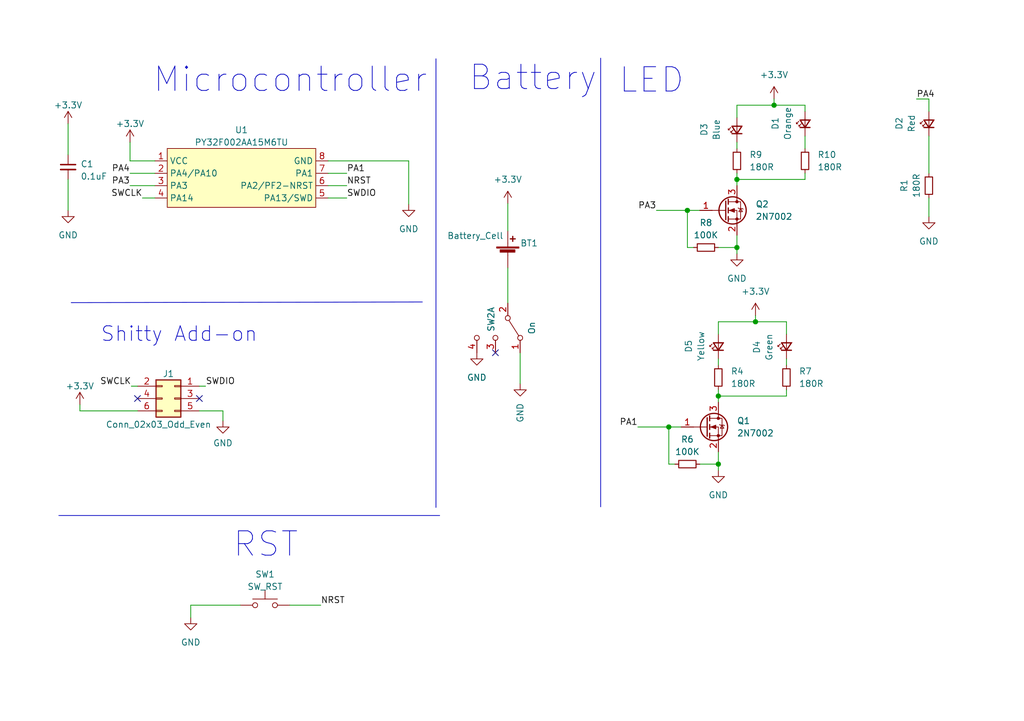
<source format=kicad_sch>
(kicad_sch (version 20250114) (generator "eeschema") (generator_version "9.0")
  (paper "A5")
  (lib_symbols
    (symbol "Connector_Generic:Conn_02x03_Odd_Even" (pin_names (offset 1.016) (hide yes))
      (property "Reference" "J" (at 1.27 5.08 0))
      (property "Value" "Conn_02x03_Odd_Even" (at 1.27 -5.08 0))
      (symbol "Conn_02x03_Odd_Even_1_1"
        (rectangle (start -1.27 3.81) (end 3.81 -3.81) (stroke (width 0.254)) (fill (type background)))
        (rectangle (start -1.27 2.667) (end 0 2.413) (stroke (width 0.1524)))
        (rectangle (start -1.27 0.127) (end 0 -0.127) (stroke (width 0.1524)))
        (rectangle (start -1.27 -2.413) (end 0 -2.667) (stroke (width 0.1524)))
        (rectangle (start 3.81 2.667) (end 2.54 2.413) (stroke (width 0.1524)))
        (rectangle (start 3.81 0.127) (end 2.54 -0.127) (stroke (width 0.1524)))
        (rectangle (start 3.81 -2.413) (end 2.54 -2.667) (stroke (width 0.1524)))
        (pin passive line (at -5.08 2.54 0) (length 3.81) (name "Pin_1") (number "1"))
        (pin passive line (at -5.08 0 0) (length 3.81) (name "Pin_3") (number "3"))
        (pin passive line (at -5.08 -2.54 0) (length 3.81) (name "Pin_5") (number "5"))
        (pin passive line (at 7.62 2.54 180) (length 3.81) (name "Pin_2") (number "2"))
        (pin passive line (at 7.62 0 180) (length 3.81) (name "Pin_4") (number "4"))
        (pin passive line (at 7.62 -2.54 180) (length 3.81) (name "Pin_6") (number "6"))
      )
    )
    (symbol "Device:Battery_Cell" (pin_numbers (hide yes)) (pin_names (offset 0) (hide yes))
      (property "Reference" "BT1" (at 2.54 2.54 0))
      (property "Value" "Battery_Cell" (at -12.446 4.064 0))
      (symbol "Battery_Cell_0_1"
        (rectangle (start -2.286 1.778) (end 2.286 1.524) (fill (type outline)))
        (rectangle (start -1.5748 1.1938) (end 1.4732 0.6858) (fill (type outline)))
        (polyline (pts (xy 0 1.778) (xy 0 2.54)))
        (polyline (pts (xy 0 0.762) (xy 0 0)))
        (polyline (pts (xy 0.508 3.429) (xy 1.524 3.429)) (stroke (width 0.254)))
        (polyline (pts (xy 1.016 3.937) (xy 1.016 2.921)) (stroke (width 0.254)))
      )
      (symbol "Battery_Cell_1_1"
        (pin passive line (at 0 5.08 270) (length 2.54) (name "+") (number "2"))
        (pin passive line (at 0 -2.54 90) (length 2.54) (name "-") (number "1"))
      )
    )
    (symbol "Device:C_Small" (pin_numbers (hide yes)) (pin_names (offset 0.254) (hide yes))
      (property "Reference" "C" (at 0.254 1.778 0))
      (property "Value" "C_Small" (at 0.254 -2.032 0))
      (symbol "C_Small_0_1"
        (polyline (pts (xy -1.524 0.508) (xy 1.524 0.508)) (stroke (width 0.3048)))
        (polyline (pts (xy -1.524 -0.508) (xy 1.524 -0.508)) (stroke (width 0.3302)))
      )
      (symbol "C_Small_1_1"
        (pin passive line (at 0 2.54 270) (length 2.032) (name "~") (number "1"))
        (pin passive line (at 0 -2.54 90) (length 2.032) (name "~") (number "2"))
      )
    )
    (symbol "Device:LED_Small" (pin_numbers (hide yes)) (pin_names (offset 0.254) (hide yes))
      (property "Reference" "D" (at -1.27 3.175 0))
      (property "Value" "LED_Small" (at -4.445 -2.54 0))
      (symbol "LED_Small_0_1"
        (polyline (pts (xy -0.762 -1.016) (xy -0.762 1.016)) (stroke (width 0.254)))
        (polyline (pts (xy 0 0.762) (xy -0.508 1.27) (xy -0.254 1.27) (xy -0.508 1.27) (xy -0.508 1.016)))
        (polyline (pts (xy 0.508 1.27) (xy 0 1.778) (xy 0.254 1.778) (xy 0 1.778) (xy 0 1.524)))
        (polyline (pts (xy 0.762 -1.016) (xy -0.762 0) (xy 0.762 1.016) (xy 0.762 -1.016)) (stroke (width 0.254)))
        (polyline (pts (xy 1.016 0) (xy -0.762 0)))
      )
      (symbol "LED_Small_1_1"
        (pin passive line (at -2.54 0 0) (length 1.778) (name "K") (number "1"))
        (pin passive line (at 2.54 0 180) (length 1.778) (name "A") (number "2"))
      )
    )
    (symbol "Device:R_Small" (pin_numbers (hide yes)) (pin_names (offset 0.254) (hide yes))
      (property "Reference" "R" (at 0.762 0.508 0))
      (property "Value" "R_Small" (at 0.762 -1.016 0))
      (symbol "R_Small_0_1"
        (rectangle (start -0.762 1.778) (end 0.762 -1.778) (stroke (width 0.2032)))
      )
      (symbol "R_Small_1_1"
        (pin passive line (at 0 2.54 270) (length 0.762) (name "~") (number "1"))
        (pin passive line (at 0 -2.54 90) (length 0.762) (name "~") (number "2"))
      )
    )
    (symbol "MCU_PY32F002:PY32F002AA15M6TU"
      (property "Reference" "U1" (at 11.43 2.54 0))
      (property "Value" "PY32F002AA15M6TU" (at 11.43 0 0))
      (symbol "PY32F002AA15M6TU_1_1"
        (rectangle (start -3.81 -1.27) (end 26.67 -13.335) (fill (type background)))
        (pin input line (at -6.35 -3.81 0) (length 2.54) (name "VCC") (number "1"))
        (pin input line (at -6.35 -6.35 0) (length 2.54) (name "PA4/PA10") (number "2"))
        (pin input line (at -6.35 -8.89 0) (length 2.54) (name "PA3") (number "3"))
        (pin input line (at -6.35 -11.43 0) (length 2.54) (name "PA14") (number "4"))
        (pin input line (at 29.21 -3.81 180) (length 2.54) (name "GND") (number "8"))
        (pin input line (at 29.21 -6.35 180) (length 2.54) (name "PA1") (number "7"))
        (pin input line (at 29.21 -8.89 180) (length 2.54) (name "PA2/PF2-NRST") (number "6"))
        (pin input line (at 29.21 -11.43 180) (length 2.54) (name "PA13/SWD") (number "5"))
      )
    )
    (symbol "Switch:SW_DPDT_x2" (pin_names (offset 0) (hide yes))
      (property "Reference" "SW2" (at -1.778 -3.429 0))
      (property "Value" "On" (at 0 4.9276 0))
      (symbol "SW_DPDT_x2_0_0"
        (circle (center -2.032 0) (radius 0.508))
        (circle (center 2.032 -2.54) (radius 0.508))
        (circle (center 2.032 -6.35) (radius 0.508))
      )
      (symbol "SW_DPDT_x2_0_1"
        (polyline (pts (xy -1.524 0.254) (xy 1.651 2.286)))
        (circle (center 2.032 2.54) (radius 0.508))
      )
      (symbol "SW_DPDT_x2_1_1"
        (pin passive line (at -5.08 0 0) (length 2.54) (name "B") (number "2"))
        (pin passive line (at 5.08 2.54 180) (length 2.54) (name "A") (number "1"))
        (pin passive line (at 5.08 -2.54 180) (length 2.54) (name "C") (number "3"))
        (pin passive line (at 5.08 -6.35 180) (length 2.54) (name "C") (number "4"))
      )
      (symbol "SW_DPDT_x2_2_1"
        (pin passive line (at -5.08 0 0) (length 2.54) (name "B") (number "5"))
        (pin passive line (at 5.08 2.54 180) (length 2.54) (name "A") (number "4"))
        (pin passive line (at 5.08 -2.54 180) (length 2.54) (name "C") (number "6"))
      )
    )
    (symbol "Switch:SW_Push" (pin_numbers (hide yes)) (pin_names (offset 1.016) (hide yes))
      (property "Reference" "SW" (at 1.27 2.54 0))
      (property "Value" "SW_Push" (at 0 -1.524 0))
      (symbol "SW_Push_0_1"
        (circle (center -2.032 0) (radius 0.508))
        (polyline (pts (xy 0 1.27) (xy 0 3.048)))
        (circle (center 2.032 0) (radius 0.508))
        (polyline (pts (xy 2.54 1.27) (xy -2.54 1.27)))
        (pin passive line (at -5.08 0 0) (length 2.54) (name "1") (number "1"))
        (pin passive line (at 5.08 0 180) (length 2.54) (name "2") (number "2"))
      )
    )
    (symbol "Transistor_FET:2N7002" (pin_names (hide yes))
      (property "Reference" "Q" (at 5.08 1.905 0))
      (property "Value" "2N7002" (at 5.08 0 0))
      (symbol "2N7002_0_1"
        (polyline (pts (xy 0.254 1.905) (xy 0.254 -1.905)) (stroke (width 0.254)))
        (polyline (pts (xy 0.254 0) (xy -2.54 0)))
        (polyline (pts (xy 0.762 2.286) (xy 0.762 1.27)) (stroke (width 0.254)))
        (polyline (pts (xy 0.762 0.508) (xy 0.762 -0.508)) (stroke (width 0.254)))
        (polyline (pts (xy 0.762 -1.27) (xy 0.762 -2.286)) (stroke (width 0.254)))
        (polyline (pts (xy 0.762 -1.778) (xy 3.302 -1.778) (xy 3.302 1.778) (xy 0.762 1.778)))
        (polyline (pts (xy 1.016 0) (xy 2.032 0.381) (xy 2.032 -0.381) (xy 1.016 0)) (fill (type outline)))
        (circle (center 1.651 0) (radius 2.794) (stroke (width 0.254)))
        (polyline (pts (xy 2.54 2.54) (xy 2.54 1.778)))
        (circle (center 2.54 1.778) (radius 0.254) (fill (type outline)))
        (circle (center 2.54 -1.778) (radius 0.254) (fill (type outline)))
        (polyline (pts (xy 2.54 -2.54) (xy 2.54 0) (xy 0.762 0)))
        (polyline (pts (xy 2.794 0.508) (xy 2.921 0.381) (xy 3.683 0.381) (xy 3.81 0.254)))
        (polyline (pts (xy 3.302 0.381) (xy 2.921 -0.254) (xy 3.683 -0.254) (xy 3.302 0.381)))
      )
      (symbol "2N7002_1_1"
        (pin input line (at -5.08 0 0) (length 2.54) (name "G") (number "1"))
        (pin passive line (at 2.54 5.08 270) (length 2.54) (name "D") (number "3"))
        (pin passive line (at 2.54 -5.08 90) (length 2.54) (name "S") (number "2"))
      )
    )
    (symbol "power:+3.3V" (power) (pin_names (offset 0))
      (property "Value" "+3.3V" (at 0 3.556 0))
      (symbol "+3.3V_0_1"
        (polyline (pts (xy -0.762 1.27) (xy 0 2.54)))
        (polyline (pts (xy 0 2.54) (xy 0.762 1.27)))
        (polyline (pts (xy 0 0) (xy 0 2.54)))
      )
      (symbol "+3.3V_1_1"
        (pin power_in line (at 0 0 90) (length 0) (hide yes) (name "+3.3V") (number "1"))
      )
    )
    (symbol "power:GND" (power) (pin_names (offset 0))
      (property "Value" "GND" (at 0 -3.81 0))
      (symbol "GND_0_1"
        (polyline (pts (xy 0 0) (xy 0 -1.27) (xy 1.27 -1.27) (xy 0 -2.54) (xy -1.27 -1.27) (xy 0 -1.27)))
      )
      (symbol "GND_1_1"
        (pin power_in line (at 0 0 270) (length 0) (hide yes) (name "GND") (number "1"))
      )
    )
  )
  (text "Microcontroller" (at 31.242 19.431 0) (effects (font (size 5 5)) (justify left bottom)))
  (text "LED\n" (at 126.746 19.558 0) (effects (font (size 5 5)) (justify left bottom)))
  (text "RST" (at 47.625 114.808 0) (effects (font (size 5 5)) (justify left bottom)))
  (text "Battery" (at 96.012 19.05 0) (effects (font (size 5 5)) (justify left bottom)))
  (text "Shitty Add-on\n" (at 20.574 70.485 0) (effects (font (size 3 3)) (justify left bottom)))
  (junction (at 154.94 66.04))
  (junction (at 147.32 95.25))
  (junction (at 151.13 50.8))
  (junction (at 137.16 87.63))
  (junction (at 147.32 81.28))
  (junction (at 158.75 21.59))
  (junction (at 151.13 36.83))
  (junction (at 140.97 43.18))
  (no_connect (at 40.894 81.788))
  (no_connect (at 28.194 81.788))
  (no_connect (at 101.6 72.39))
  (wire (pts (xy 190.5 20.32) (xy 190.5 22.86)))
  (wire (pts (xy 147.32 66.04) (xy 147.32 68.58)))
  (polyline (pts (xy 12.065 105.791) (xy 90.17 105.791)))
  (wire (pts (xy 134.62 43.18) (xy 140.97 43.18)))
  (wire (pts (xy 161.29 81.28) (xy 161.29 80.01)))
  (wire (pts (xy 67.31 40.64) (xy 71.12 40.64)))
  (wire (pts (xy 147.32 81.28) (xy 147.32 82.55)))
  (wire (pts (xy 151.13 21.59) (xy 158.75 21.59)))
  (wire (pts (xy 16.383 84.328) (xy 28.194 84.328)))
  (wire (pts (xy 151.13 48.26) (xy 151.13 50.8)))
  (wire (pts (xy 140.97 43.18) (xy 140.97 50.8)))
  (wire (pts (xy 137.16 87.63) (xy 137.16 95.25)))
  (wire (pts (xy 165.1 27.94) (xy 165.1 30.48)))
  (wire (pts (xy 71.12 35.56) (xy 67.31 35.56)))
  (wire (pts (xy 165.1 21.59) (xy 158.75 21.59)))
  (wire (pts (xy 26.67 38.1) (xy 31.75 38.1)))
  (wire (pts (xy 83.82 33.02) (xy 83.82 41.91)))
  (wire (pts (xy 147.32 96.52) (xy 147.32 95.25)))
  (wire (pts (xy 190.5 27.94) (xy 190.5 35.56)))
  (wire (pts (xy 26.67 35.56) (xy 31.75 35.56)))
  (wire (pts (xy 130.81 87.63) (xy 137.16 87.63)))
  (wire (pts (xy 161.29 73.66) (xy 161.29 74.93)))
  (wire (pts (xy 16.383 83.058) (xy 16.383 84.328)))
  (wire (pts (xy 151.13 50.8) (xy 147.32 50.8)))
  (wire (pts (xy 147.32 80.01) (xy 147.32 81.28)))
  (wire (pts (xy 13.97 25.4) (xy 13.97 31.75)))
  (wire (pts (xy 165.1 21.59) (xy 165.1 22.86)))
  (wire (pts (xy 49.276 124.206) (xy 39.116 124.206)))
  (wire (pts (xy 158.75 21.59) (xy 158.75 20.32)))
  (wire (pts (xy 26.924 79.248) (xy 28.194 79.248)))
  (wire (pts (xy 140.97 50.8) (xy 142.24 50.8)))
  (wire (pts (xy 137.16 95.25) (xy 138.43 95.25)))
  (wire (pts (xy 154.94 64.77) (xy 154.94 66.04)))
  (wire (pts (xy 137.16 87.63) (xy 139.7 87.63)))
  (wire (pts (xy 147.32 92.71) (xy 147.32 95.25)))
  (wire (pts (xy 71.12 38.1) (xy 67.31 38.1)))
  (wire (pts (xy 151.13 35.56) (xy 151.13 36.83)))
  (wire (pts (xy 104.14 54.991) (xy 104.14 62.23)))
  (wire (pts (xy 26.67 33.02) (xy 26.67 29.21)))
  (wire (pts (xy 104.14 41.783) (xy 104.14 47.371)))
  (wire (pts (xy 147.32 81.28) (xy 161.29 81.28)))
  (polyline (pts (xy 123.19 11.938) (xy 123.19 104.013)))
  (polyline (pts (xy 89.408 12.065) (xy 89.408 104.14)))
  (polyline (pts (xy 14.605 62.103) (xy 86.614 61.976)))
  (wire (pts (xy 42.164 79.248) (xy 40.894 79.248)))
  (wire (pts (xy 106.68 72.39) (xy 106.68 78.74)))
  (wire (pts (xy 151.13 52.07) (xy 151.13 50.8)))
  (wire (pts (xy 151.13 29.21) (xy 151.13 30.48)))
  (wire (pts (xy 190.5 40.64) (xy 190.5 44.45)))
  (wire (pts (xy 151.13 36.83) (xy 151.13 38.1)))
  (wire (pts (xy 140.97 43.18) (xy 143.51 43.18)))
  (wire (pts (xy 45.72 86.36) (xy 45.72 84.328)))
  (wire (pts (xy 147.32 95.25) (xy 143.51 95.25)))
  (wire (pts (xy 31.75 33.02) (xy 26.67 33.02)))
  (wire (pts (xy 67.31 33.02) (xy 83.82 33.02)))
  (wire (pts (xy 151.13 21.59) (xy 151.13 24.13)))
  (wire (pts (xy 59.436 124.206) (xy 65.786 124.206)))
  (wire (pts (xy 154.94 66.04) (xy 161.29 66.04)))
  (wire (pts (xy 45.72 84.328) (xy 40.894 84.328)))
  (wire (pts (xy 187.96 20.32) (xy 190.5 20.32)))
  (wire (pts (xy 13.97 36.83) (xy 13.97 43.18)))
  (wire (pts (xy 147.32 66.04) (xy 154.94 66.04)))
  (wire (pts (xy 31.75 40.64) (xy 29.21 40.64)))
  (wire (pts (xy 151.13 36.83) (xy 165.1 36.83)))
  (wire (pts (xy 147.32 73.66) (xy 147.32 74.93)))
  (wire (pts (xy 161.29 68.58) (xy 161.29 66.04)))
  (wire (pts (xy 39.116 124.206) (xy 39.116 126.746)))
  (wire (pts (xy 165.1 36.83) (xy 165.1 35.56)))
  (label "PA1" (at 130.81 87.63 180))
  (label "PA4" (at 187.96 20.32 0))
  (label "NRST" (at 65.786 124.206 0))
  (label "SWDIO" (at 71.12 40.64 0))
  (label "PA3" (at 26.67 38.1 180))
  (label "SWDIO" (at 42.164 79.248 0))
  (label "SWCLK" (at 26.924 79.248 180))
  (label "SWCLK" (at 29.21 40.64 180))
  (label "PA4" (at 26.67 35.56 180))
  (label "PA1" (at 71.12 35.56 0))
  (label "PA3" (at 134.62 43.18 180))
  (label "NRST" (at 71.12 38.1 0))
  (symbol (lib_id "power:GND") (at 83.82 41.91 0) (unit 1)
    (property "Reference" "#PWR07" (effects (hide yes)))
    (property "Value" "GND" (at 83.82 46.99 0))
  )
  (symbol (lib_id "power:+3.3V") (at 26.67 29.21 0) (unit 1)
    (property "Reference" "#PWR03" (effects (hide yes)))
    (property "Value" "+3.3V" (at 26.67 25.4 0))
  )
  (symbol (lib_id "Device:LED_Small") (at 147.32 71.12 90) (unit 1)
    (property "Reference" "D5" (at 141.224 71.0565 0))
    (property "Value" "Yellow" (at 143.764 71.0565 0))
    (property "Footprint" "LED_SMD:LED_0805_2012Metric" (effects (hide yes)))
    (property "LCSC#" "C84261" (effects (hide yes)))
  )
  (symbol (lib_id "Device:Battery_Cell") (at 104.14 52.451 0) (unit 1)
    (property "Reference" "BT1" (at 106.68 49.911 0) (effects (justify left)))
    (property "Value" "Battery_Cell" (at 91.694 48.387 0) (effects (justify left)))
    (property "Footprint" "Library:BAT-HLD-001" (effects (hide yes)))
    (property "LCSC#" "C964833" (effects (hide yes)))
  )
  (symbol (lib_id "Device:LED_Small") (at 161.29 71.12 90) (unit 1)
    (property "Reference" "D4" (at 155.194 71.247 0))
    (property "Value" "Green" (at 157.734 71.247 0))
    (property "Footprint" "LED_SMD:LED_0805_2012Metric" (effects (hide yes)))
    (property "LCSC#" "C965815" (effects (hide yes)))
  )
  (symbol (lib_id "Transistor_FET:2N7002") (at 144.78 87.63 0) (unit 1)
    (property "Reference" "Q1" (at 151.13 86.3599 0) (effects (justify left)))
    (property "Value" "2N7002" (at 151.13 88.8999 0) (effects (justify left)))
    (property "Footprint" "Package_TO_SOT_SMD:SOT-23" (effects (hide yes)))
    (property "Datasheet" "https://www.onsemi.com/pub/Collateral/NDS7002A-D.PDF" (effects (hide yes)))
    (property "Description" "0.115A Id, 60V Vds, N-Channel MOSFET, SOT-23" (effects (hide yes)))
  )
  (symbol (lib_id "power:+3.3V") (at 104.14 41.783 0) (unit 1)
    (property "Reference" "#PWR09" (effects (hide yes)))
    (property "Value" "+3.3V" (at 104.14 36.83 0))
  )
  (symbol (lib_id "power:GND") (at 147.32 96.52 0) (unit 1)
    (property "Reference" "#PWR016" (effects (hide yes)))
    (property "Value" "GND" (at 147.32 101.6 0))
  )
  (symbol (lib_id "power:GND") (at 39.116 126.746 0) (unit 1)
    (property "Reference" "#PWR04" (effects (hide yes)))
    (property "Value" "GND" (at 39.116 131.826 0))
  )
  (symbol (lib_id "power:GND") (at 97.79 72.39 0) (unit 1)
    (property "Reference" "#PWR08" (effects (hide yes)))
    (property "Value" "GND" (at 97.79 77.47 0))
  )
  (symbol (lib_id "Transistor_FET:2N7002") (at 148.59 43.18 0) (unit 1)
    (property "Reference" "Q2" (at 154.94 41.9099 0) (effects (justify left)))
    (property "Value" "2N7002" (at 154.94 44.4499 0) (effects (justify left)))
    (property "Footprint" "Package_TO_SOT_SMD:SOT-23" (effects (hide yes)))
    (property "Datasheet" "https://www.onsemi.com/pub/Collateral/NDS7002A-D.PDF" (effects (hide yes)))
    (property "Description" "0.115A Id, 60V Vds, N-Channel MOSFET, SOT-23" (effects (hide yes)))
  )
  (symbol (lib_id "Switch:SW_DPDT_x2") (at 104.14 67.31 270) (unit 1)
    (property "Reference" "SW2" (at 100.711 65.532 0))
    (property "Value" "On" (at 109.0676 67.31 0))
    (property "Footprint" "Library:MSK12C02" (effects (hide yes)))
    (property "LCSC#" "C431540" (effects (hide yes)))
  )
  (symbol (lib_id "Device:R_Small") (at 190.5 38.1 180) (unit 1)
    (property "Reference" "R1" (at 185.42 38.1 90))
    (property "Value" "180R" (at 187.96 38.1 90))
    (property "Footprint" "Resistor_SMD:R_0805_2012Metric" (effects (hide yes)))
    (property "LCSC#" "C1339" (effects (hide yes)))
  )
  (symbol (lib_id "MCU_PY32F002:PY32F002AA15M6TU") (at 38.1 29.21 0) (unit 1)
    (property "Reference" "U1" (at 49.53 26.67 0))
    (property "Value" "PY32F002AA15M6TU" (at 49.53 29.21 0))
    (property "Footprint" "Library:PY32F002AL15S6TU" (effects (hide yes)))
    (property "LCSC#" "C5292060" (effects (hide yes)))
  )
  (symbol (lib_id "Device:R_Small") (at 151.13 33.02 0) (unit 1)
    (property "Reference" "R9" (at 153.67 31.7499 0) (effects (justify left)))
    (property "Value" "180R" (at 153.67 34.2899 0) (effects (justify left)))
    (property "Footprint" "Resistor_SMD:R_0805_2012Metric" (effects (hide yes)))
    (property "LCSC#" "C1339" (effects (hide yes)))
  )
  (symbol (lib_id "Device:R_Small") (at 165.1 33.02 0) (unit 1)
    (property "Reference" "R10" (at 167.64 31.7499 0) (effects (justify left)))
    (property "Value" "180R" (at 167.64 34.2899 0) (effects (justify left)))
    (property "Footprint" "Resistor_SMD:R_0805_2012Metric" (effects (hide yes)))
    (property "LCSC#" "C1339" (effects (hide yes)))
  )
  (symbol (lib_id "power:GND") (at 151.13 52.07 0) (unit 1)
    (property "Reference" "#PWR018" (effects (hide yes)))
    (property "Value" "GND" (at 151.13 57.15 0))
  )
  (symbol (lib_id "power:GND") (at 45.72 86.36 0) (unit 1)
    (property "Reference" "#PWR06" (effects (hide yes)))
    (property "Value" "GND" (at 45.72 90.932 0))
  )
  (symbol (lib_id "power:GND") (at 13.97 43.18 0) (unit 1)
    (property "Reference" "#PWR02" (effects (hide yes)))
    (property "Value" "GND" (at 13.97 48.26 0))
  )
  (symbol (lib_id "Device:LED_Small") (at 151.13 26.67 90) (unit 1)
    (property "Reference" "D3" (at 144.399 26.6065 0))
    (property "Value" "Blue" (at 146.939 26.6065 0))
    (property "Footprint" "LED_SMD:LED_0805_2012Metric" (effects (hide yes)))
    (property "LCSC#" "C205441" (effects (hide yes)))
  )
  (symbol (lib_id "power:+3.3V") (at 154.94 64.77 0) (unit 1)
    (property "Reference" "#PWR017" (effects (hide yes)))
    (property "Value" "+3.3V" (at 154.94 59.817 0))
  )
  (symbol (lib_id "Device:C_Small") (at 13.97 34.29 0) (unit 1)
    (property "Reference" "C1" (at 16.51 33.6613 0) (effects (justify left)))
    (property "Value" "0.1uF" (at 16.51 36.2013 0) (effects (justify left)))
    (property "Footprint" "Capacitor_SMD:C_0805_2012Metric" (effects (hide yes)))
    (property "LCSC#" "C235731" (effects (hide yes)))
  )
  (symbol (lib_id "Device:LED_Small") (at 165.1 25.4 90) (unit 1)
    (property "Reference" "D1" (at 159.004 25.3365 0))
    (property "Value" "Orange" (at 161.544 25.3365 0))
    (property "Footprint" "LED_SMD:LED_0805_2012Metric" (effects (hide yes)))
    (property "LCSC#" "C434437" (effects (hide yes)))
  )
  (symbol (lib_id "Device:R_Small") (at 144.78 50.8 270) (unit 1)
    (property "Reference" "R8" (at 144.78 45.72 90))
    (property "Value" "100K" (at 144.78 48.26 90))
    (property "Footprint" "Resistor_SMD:R_0805_2012Metric" (effects (hide yes)))
    (property "LCSC#" "C119075" (effects (hide yes)))
  )
  (symbol (lib_id "power:GND") (at 190.5 44.45 0) (unit 1)
    (property "Reference" "#PWR012" (effects (hide yes)))
    (property "Value" "GND" (at 190.5 49.53 0))
  )
  (symbol (lib_id "Device:LED_Small") (at 190.5 25.4 90) (unit 1)
    (property "Reference" "D2" (at 184.404 25.3365 0))
    (property "Value" "Red" (at 186.944 25.3365 0))
    (property "Footprint" "LED_SMD:LED_0805_2012Metric" (effects (hide yes)))
    (property "LCSC#" "C965812" (effects (hide yes)))
  )
  (symbol (lib_id "power:+3.3V") (at 13.97 25.4 0) (unit 1)
    (property "Reference" "#PWR01" (effects (hide yes)))
    (property "Value" "+3.3V" (at 13.97 21.59 0))
  )
  (symbol (lib_id "Connector_Generic:Conn_02x03_Odd_Even") (at 35.814 81.788 0) (mirror y) (unit 1)
    (property "Reference" "J1" (at 34.544 76.708 0))
    (property "Value" "Conn_02x03_Odd_Even" (at 32.512 87.122 0))
    (property "Footprint" "Library:B-2100N06P-B111_CKM" (effects (hide yes)))
    (property "LCSC#" "C780054" (effects (hide yes)))
  )
  (symbol (lib_id "power:+3.3V") (at 16.383 83.058 0) (unit 1)
    (property "Reference" "#PWR05" (effects (hide yes)))
    (property "Value" "+3.3V" (at 16.383 79.248 0))
  )
  (symbol (lib_id "Device:R_Small") (at 140.97 95.25 270) (unit 1)
    (property "Reference" "R6" (at 140.97 90.17 90))
    (property "Value" "100K" (at 140.97 92.71 90))
    (property "Footprint" "Resistor_SMD:R_0805_2012Metric" (effects (hide yes)))
    (property "LCSC#" "C119075" (effects (hide yes)))
  )
  (symbol (lib_id "power:GND") (at 106.68 78.74 0) (unit 1)
    (property "Reference" "#PWR010" (effects (hide yes)))
    (property "Value" "GND" (at 106.68 82.677 90) (effects (justify right)))
  )
  (symbol (lib_id "Device:R_Small") (at 161.29 77.47 0) (unit 1)
    (property "Reference" "R7" (at 163.83 76.1999 0) (effects (justify left)))
    (property "Value" "180R" (at 163.83 78.7399 0) (effects (justify left)))
    (property "Footprint" "Resistor_SMD:R_0805_2012Metric" (effects (hide yes)))
    (property "LCSC#" "C1339" (effects (hide yes)))
  )
  (symbol (lib_id "power:+3.3V") (at 158.75 20.32 0) (unit 1)
    (property "Reference" "#PWR011" (effects (hide yes)))
    (property "Value" "+3.3V" (at 158.75 15.367 0))
  )
  (symbol (lib_id "Switch:SW_Push") (at 54.356 124.206 0) (unit 1)
    (property "Reference" "SW1" (at 54.356 117.856 0))
    (property "Value" "SW_RST" (at 54.356 120.396 0))
    (property "Footprint" "Button_Switch_SMD:SW_SPST_TL3342" (effects (hide yes)))
    (property "LCSC#" "C318889" (effects (hide yes)))
  )
  (symbol (lib_id "Device:R_Small") (at 147.32 77.47 0) (unit 1)
    (property "Reference" "R4" (at 149.86 76.1999 0) (effects (justify left)))
    (property "Value" "180R" (at 149.86 78.7399 0) (effects (justify left)))
    (property "Footprint" "Resistor_SMD:R_0805_2012Metric" (effects (hide yes)))
    (property "LCSC#" "C1339" (effects (hide yes)))
  )
)
</source>
